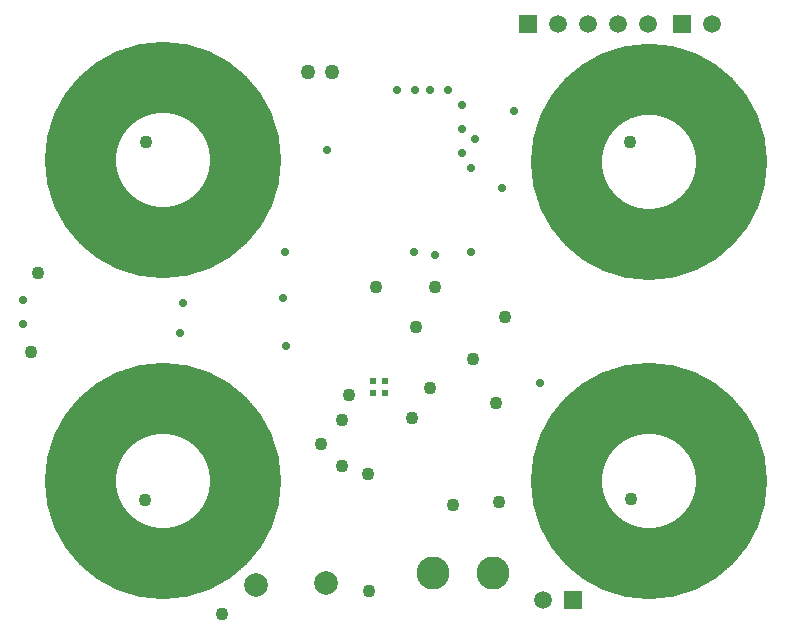
<source format=gbl>
G04*
G04 #@! TF.GenerationSoftware,Altium Limited,Altium Designer,24.10.1 (45)*
G04*
G04 Layer_Physical_Order=4*
G04 Layer_Color=16711680*
%FSLAX25Y25*%
%MOIN*%
G70*
G04*
G04 #@! TF.SameCoordinates,2527C48D-E229-4BF9-9412-56DB5BB32D7D*
G04*
G04*
G04 #@! TF.FilePolarity,Positive*
G04*
G01*
G75*
%ADD79C,0.02756*%
%ADD80R,0.05906X0.05906*%
%ADD81C,0.05906*%
%ADD82C,0.11000*%
%ADD83C,0.04331*%
%ADD84C,0.07874*%
%ADD85C,0.05000*%
%ADD86C,0.02400*%
%ADD88C,0.23622*%
D79*
X126750Y450D02*
D03*
X1076Y-71751D02*
D03*
X35249Y-1076D02*
D03*
X163076Y-71751D02*
D03*
X113064Y-9386D02*
D03*
X40000Y-46000D02*
D03*
X41000Y-62000D02*
D03*
X104000Y7000D02*
D03*
X117000Y16428D02*
D03*
X-46708Y-54624D02*
D03*
Y-46625D02*
D03*
X40600Y-30625D02*
D03*
X102600Y-2625D02*
D03*
X5599Y-57625D02*
D03*
X54599Y3375D02*
D03*
X6600Y-47625D02*
D03*
X83600Y-30625D02*
D03*
X125600Y-74184D02*
D03*
X102600Y-30625D02*
D03*
X90600Y-31625D02*
D03*
X99599Y2375D02*
D03*
Y10375D02*
D03*
Y18375D02*
D03*
X95034Y23420D02*
D03*
X84034D02*
D03*
X78034D02*
D03*
X89034D02*
D03*
D80*
X121599Y45375D02*
D03*
X173000D02*
D03*
X136600Y-146625D02*
D03*
D81*
X131599Y45375D02*
D03*
X141600D02*
D03*
X151600D02*
D03*
X161600D02*
D03*
X183000D02*
D03*
X126600Y-146625D02*
D03*
D82*
X110001Y-137811D02*
D03*
X90001D02*
D03*
D83*
X-5815Y6062D02*
D03*
X155816Y6068D02*
D03*
X68187Y-104658D02*
D03*
X61905Y-78276D02*
D03*
X84310Y-55627D02*
D03*
X71048Y-42401D02*
D03*
X90661Y-42436D02*
D03*
X114147Y-52277D02*
D03*
X68606Y-143779D02*
D03*
X96733Y-114953D02*
D03*
X82899Y-85899D02*
D03*
X89000Y-76000D02*
D03*
X112000Y-114000D02*
D03*
X111000Y-81000D02*
D03*
X19600Y-151446D02*
D03*
X-43945Y-64045D02*
D03*
X-41550Y-37625D02*
D03*
X52600Y-94625D02*
D03*
X59825Y-102155D02*
D03*
X59600Y-86625D02*
D03*
X103430Y-66456D02*
D03*
X155952Y-113097D02*
D03*
X-5916Y-113182D02*
D03*
D84*
X30882Y-141604D02*
D03*
X54405Y-141159D02*
D03*
D85*
X56207Y29348D02*
D03*
X48231Y29276D02*
D03*
D86*
X74068Y-73741D02*
D03*
Y-77678D02*
D03*
X70131D02*
D03*
Y-73741D02*
D03*
D88*
X189559Y-626D02*
G03*
X189559Y-626I-27559J0D01*
G01*
X27559Y-107000D02*
G03*
X27559Y-107000I-27559J0D01*
G01*
Y0D02*
G03*
X27559Y0I-27559J0D01*
G01*
X189559Y-107000D02*
G03*
X189559Y-107000I-27559J0D01*
G01*
M02*

</source>
